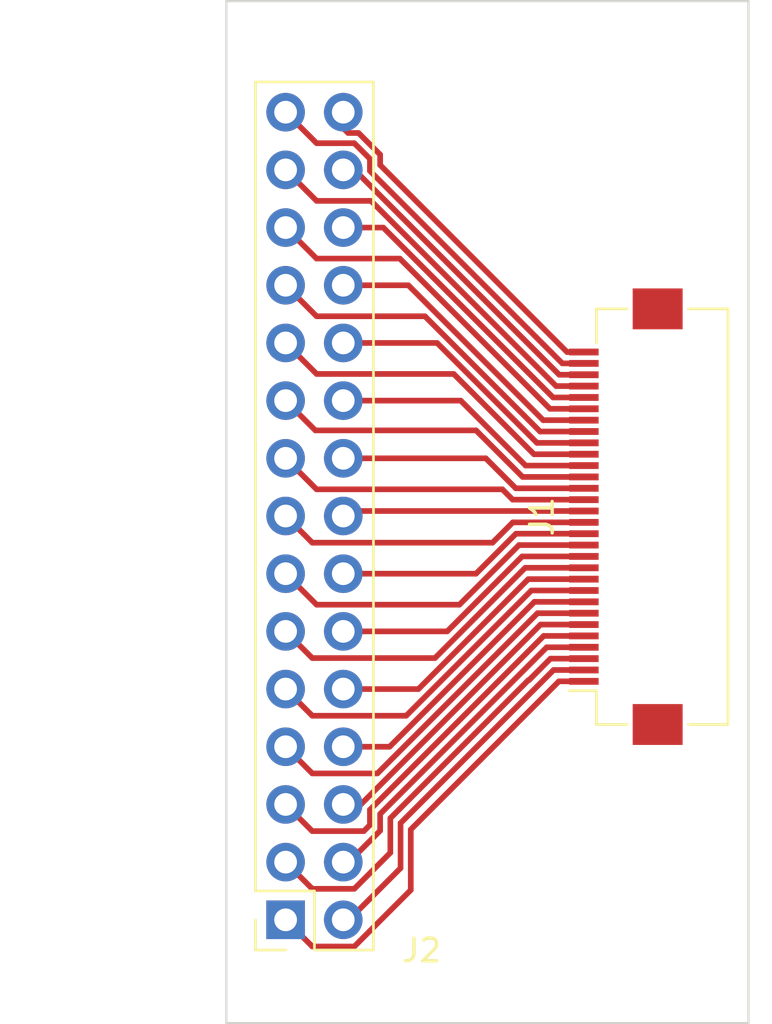
<source format=kicad_pcb>
(kicad_pcb (version 20211014) (generator pcbnew)
  (layers (0 "F.Cu" signal) (31 "B.Cu" signal) (34 "B.Paste" user) (35 "F.Paste" user) (36 "B.SilkS" user "B.Silkscreen") (37 "F.SilkS" user "F.Silkscreen") (38 "B.Mask" user) (39 "F.Mask" user) (44 "Edge.Cuts" user))
  (net 0 "")
  (net 1 "Net-(J1-Pad1)")
  (net 2 "Net-(J1-Pad2)")
  (net 3 "Net-(J1-Pad3)")
  (net 4 "Net-(J1-Pad4)")
  (net 5 "Net-(J1-Pad5)")
  (net 6 "Net-(J1-Pad6)")
  (net 7 "Net-(J1-Pad7)")
  (net 8 "Net-(J1-Pad8)")
  (net 9 "Net-(J1-Pad9)")
  (net 10 "Net-(J1-Pad10)")
  (net 11 "Net-(J1-Pad11)")
  (net 12 "Net-(J1-Pad12)")
  (net 13 "Net-(J1-Pad13)")
  (net 14 "Net-(J1-Pad14)")
  (net 15 "Net-(J1-Pad15)")
  (net 16 "Net-(J1-Pad16)")
  (net 17 "Net-(J1-Pad17)")
  (net 18 "Net-(J1-Pad18)")
  (net 19 "Net-(J1-Pad19)")
  (net 20 "Net-(J1-Pad20)")
  (net 21 "Net-(J1-Pad21)")
  (net 22 "Net-(J1-Pad22)")
  (net 23 "Net-(J1-Pad23)")
  (net 24 "Net-(J1-Pad24)")
  (net 25 "Net-(J1-Pad25)")
  (net 26 "Net-(J1-Pad26)")
  (net 27 "Net-(J1-Pad27)")
  (net 28 "Net-(J1-Pad28)")
  (net 29 "Net-(J1-Pad29)")
  (net 30 "Net-(J1-Pad30)")
  (footprint "Connector_FFC-FPC:Hirose_FH12-30S-0.5SH_1x30-1MP_P0.50mm_Horizontal" (layer "F.Cu") (at 175.3 76.2 90)
    (fp_text reference "J1" (at 0 -3.7 90) (layer "F.SilkS"))
    (fp_text value "Conn_01x30")
    (fp_line (start 9.15 4.5) (end 9.15 2.76) (layer "F.SilkS") (width 0.12))
    (fp_line (start -7.66 -1.3) (end -9.15 -1.3) (layer "F.SilkS") (width 0.12))
    (fp_line (start -9.15 4.5) (end 9.15 4.5) (layer "F.SilkS") (width 0.12))
    (fp_line (start -9.15 2.76) (end -9.15 4.5) (layer "F.SilkS") (width 0.12))
    (fp_line (start 7.66 -1.3) (end 9.15 -1.3) (layer "F.SilkS") (width 0.12))
    (fp_line (start -9.15 -1.3) (end -9.15 0.04) (layer "F.SilkS") (width 0.12))
    (fp_line (start 9.15 -1.3) (end 9.15 0.04) (layer "F.SilkS") (width 0.12))
    (fp_line (start -7.66 -1.3) (end -7.66 -2.5) (layer "F.SilkS") (width 0.12))
    (pad "1" smd rect (at -7.25 -1.85 90) (size 0.3 1.3) (layers "F.Cu" "F.Paste" "F.Mask") (net 1 "Net-(J1-Pad1)"))
    (pad "2" smd rect (at -6.75 -1.85 90) (size 0.3 1.3) (layers "F.Cu" "F.Paste" "F.Mask") (net 2 "Net-(J1-Pad2)"))
    (pad "3" smd rect (at -6.25 -1.85 90) (size 0.3 1.3) (layers "F.Cu" "F.Paste" "F.Mask") (net 3 "Net-(J1-Pad3)"))
    (pad "4" smd rect (at -5.75 -1.85 90) (size 0.3 1.3) (layers "F.Cu" "F.Paste" "F.Mask") (net 4 "Net-(J1-Pad4)"))
    (pad "5" smd rect (at -5.25 -1.85 90) (size 0.3 1.3) (layers "F.Cu" "F.Paste" "F.Mask") (net 5 "Net-(J1-Pad5)"))
    (pad "6" smd rect (at -4.75 -1.85 90) (size 0.3 1.3) (layers "F.Cu" "F.Paste" "F.Mask") (net 6 "Net-(J1-Pad6)"))
    (pad "7" smd rect (at -4.25 -1.85 90) (size 0.3 1.3) (layers "F.Cu" "F.Paste" "F.Mask") (net 7 "Net-(J1-Pad7)"))
    (pad "8" smd rect (at -3.75 -1.85 90) (size 0.3 1.3) (layers "F.Cu" "F.Paste" "F.Mask") (net 8 "Net-(J1-Pad8)"))
    (pad "9" smd rect (at -3.25 -1.85 90) (size 0.3 1.3) (layers "F.Cu" "F.Paste" "F.Mask") (net 9 "Net-(J1-Pad9)"))
    (pad "10" smd rect (at -2.75 -1.85 90) (size 0.3 1.3) (layers "F.Cu" "F.Paste" "F.Mask") (net 10 "Net-(J1-Pad10)"))
    (pad "11" smd rect (at -2.25 -1.85 90) (size 0.3 1.3) (layers "F.Cu" "F.Paste" "F.Mask") (net 11 "Net-(J1-Pad11)"))
    (pad "12" smd rect (at -1.75 -1.85 90) (size 0.3 1.3) (layers "F.Cu" "F.Paste" "F.Mask") (net 12 "Net-(J1-Pad12)"))
    (pad "13" smd rect (at -1.25 -1.85 90) (size 0.3 1.3) (layers "F.Cu" "F.Paste" "F.Mask") (net 13 "Net-(J1-Pad13)"))
    (pad "14" smd rect (at -0.75 -1.85 90) (size 0.3 1.3) (layers "F.Cu" "F.Paste" "F.Mask") (net 14 "Net-(J1-Pad14)"))
    (pad "15" smd rect (at -0.25 -1.85 90) (size 0.3 1.3) (layers "F.Cu" "F.Paste" "F.Mask") (net 15 "Net-(J1-Pad15)"))
    (pad "16" smd rect (at 0.25 -1.85 90) (size 0.3 1.3) (layers "F.Cu" "F.Paste" "F.Mask") (net 16 "Net-(J1-Pad16)"))
    (pad "17" smd rect (at 0.75 -1.85 90) (size 0.3 1.3) (layers "F.Cu" "F.Paste" "F.Mask") (net 17 "Net-(J1-Pad17)"))
    (pad "18" smd rect (at 1.25 -1.85 90) (size 0.3 1.3) (layers "F.Cu" "F.Paste" "F.Mask") (net 18 "Net-(J1-Pad18)"))
    (pad "19" smd rect (at 1.75 -1.85 90) (size 0.3 1.3) (layers "F.Cu" "F.Paste" "F.Mask") (net 19 "Net-(J1-Pad19)"))
    (pad "20" smd rect (at 2.25 -1.85 90) (size 0.3 1.3) (layers "F.Cu" "F.Paste" "F.Mask") (net 20 "Net-(J1-Pad20)"))
    (pad "21" smd rect (at 2.75 -1.85 90) (size 0.3 1.3) (layers "F.Cu" "F.Paste" "F.Mask") (net 21 "Net-(J1-Pad21)"))
    (pad "22" smd rect (at 3.25 -1.85 90) (size 0.3 1.3) (layers "F.Cu" "F.Paste" "F.Mask") (net 22 "Net-(J1-Pad22)"))
    (pad "23" smd rect (at 3.75 -1.85 90) (size 0.3 1.3) (layers "F.Cu" "F.Paste" "F.Mask") (net 23 "Net-(J1-Pad23)"))
    (pad "24" smd rect (at 4.25 -1.85 90) (size 0.3 1.3) (layers "F.Cu" "F.Paste" "F.Mask") (net 24 "Net-(J1-Pad24)"))
    (pad "25" smd rect (at 4.75 -1.85 90) (size 0.3 1.3) (layers "F.Cu" "F.Paste" "F.Mask") (net 25 "Net-(J1-Pad25)"))
    (pad "26" smd rect (at 5.25 -1.85 90) (size 0.3 1.3) (layers "F.Cu" "F.Paste" "F.Mask") (net 26 "Net-(J1-Pad26)"))
    (pad "27" smd rect (at 5.75 -1.85 90) (size 0.3 1.3) (layers "F.Cu" "F.Paste" "F.Mask") (net 27 "Net-(J1-Pad27)"))
    (pad "28" smd rect (at 6.25 -1.85 90) (size 0.3 1.3) (layers "F.Cu" "F.Paste" "F.Mask") (net 28 "Net-(J1-Pad28)"))
    (pad "29" smd rect (at 6.75 -1.85 90) (size 0.3 1.3) (layers "F.Cu" "F.Paste" "F.Mask") (net 29 "Net-(J1-Pad29)"))
    (pad "30" smd rect (at 7.25 -1.85 90) (size 0.3 1.3) (layers "F.Cu" "F.Paste" "F.Mask") (net 30 "Net-(J1-Pad30)"))
    (pad "MP" smd rect (at -9.15 1.4 90) (size 1.8 2.2) (layers "F.Cu" "F.Paste" "F.Mask"))
    (pad "MP" smd rect (at 9.15 1.4 90) (size 1.8 2.2) (layers "F.Cu" "F.Paste" "F.Mask"))
  )
  (footprint "Connector_PinSocket_2.54mm:PinSocket_2x15_P2.54mm_Vertical" (layer "F.Cu") (at 160.31 93.95 180)
    (fp_text reference "J2" (at -5.99 -1.35) (layer "F.SilkS"))
    (fp_text value "Conn_01x30")
    (fp_line (start 1.33 -1.33) (end 1.33 0) (layer "F.SilkS") (width 0.12))
    (fp_line (start -3.87 -1.33) (end -1.27 -1.33) (layer "F.SilkS") (width 0.12))
    (fp_line (start 0 -1.33) (end 1.33 -1.33) (layer "F.SilkS") (width 0.12))
    (fp_line (start -1.27 1.27) (end 1.33 1.27) (layer "F.SilkS") (width 0.12))
    (fp_line (start -1.27 -1.33) (end -1.27 1.27) (layer "F.SilkS") (width 0.12))
    (fp_line (start -3.87 36.89) (end 1.33 36.89) (layer "F.SilkS") (width 0.12))
    (fp_line (start 1.33 1.27) (end 1.33 36.89) (layer "F.SilkS") (width 0.12))
    (fp_line (start -3.87 -1.33) (end -3.87 36.89) (layer "F.SilkS") (width 0.12))
    (pad "1" thru_hole rect (at 0 0 180) (size 1.7 1.7) (drill 1) (layers *.Cu *.Mask) (net 1 "Net-(J1-Pad1)"))
    (pad "2" thru_hole oval (at -2.54 0 180) (size 1.7 1.7) (drill 1) (layers *.Cu *.Mask) (net 2 "Net-(J1-Pad2)"))
    (pad "3" thru_hole oval (at 0 2.54 180) (size 1.7 1.7) (drill 1) (layers *.Cu *.Mask) (net 3 "Net-(J1-Pad3)"))
    (pad "4" thru_hole oval (at -2.54 2.54 180) (size 1.7 1.7) (drill 1) (layers *.Cu *.Mask) (net 4 "Net-(J1-Pad4)"))
    (pad "5" thru_hole oval (at 0 5.08 180) (size 1.7 1.7) (drill 1) (layers *.Cu *.Mask) (net 5 "Net-(J1-Pad5)"))
    (pad "6" thru_hole oval (at -2.54 5.08 180) (size 1.7 1.7) (drill 1) (layers *.Cu *.Mask) (net 6 "Net-(J1-Pad6)"))
    (pad "7" thru_hole oval (at 0 7.62 180) (size 1.7 1.7) (drill 1) (layers *.Cu *.Mask) (net 7 "Net-(J1-Pad7)"))
    (pad "8" thru_hole oval (at -2.54 7.62 180) (size 1.7 1.7) (drill 1) (layers *.Cu *.Mask) (net 8 "Net-(J1-Pad8)"))
    (pad "9" thru_hole oval (at 0 10.16 180) (size 1.7 1.7) (drill 1) (layers *.Cu *.Mask) (net 9 "Net-(J1-Pad9)"))
    (pad "10" thru_hole oval (at -2.54 10.16 180) (size 1.7 1.7) (drill 1) (layers *.Cu *.Mask) (net 10 "Net-(J1-Pad10)"))
    (pad "11" thru_hole oval (at 0 12.7 180) (size 1.7 1.7) (drill 1) (layers *.Cu *.Mask) (net 11 "Net-(J1-Pad11)"))
    (pad "12" thru_hole oval (at -2.54 12.7 180) (size 1.7 1.7) (drill 1) (layers *.Cu *.Mask) (net 12 "Net-(J1-Pad12)"))
    (pad "13" thru_hole oval (at 0 15.24 180) (size 1.7 1.7) (drill 1) (layers *.Cu *.Mask) (net 13 "Net-(J1-Pad13)"))
    (pad "14" thru_hole oval (at -2.54 15.24 180) (size 1.7 1.7) (drill 1) (layers *.Cu *.Mask) (net 14 "Net-(J1-Pad14)"))
    (pad "15" thru_hole oval (at 0 17.78 180) (size 1.7 1.7) (drill 1) (layers *.Cu *.Mask) (net 15 "Net-(J1-Pad15)"))
    (pad "16" thru_hole oval (at -2.54 17.78 180) (size 1.7 1.7) (drill 1) (layers *.Cu *.Mask) (net 16 "Net-(J1-Pad16)"))
    (pad "17" thru_hole oval (at 0 20.32 180) (size 1.7 1.7) (drill 1) (layers *.Cu *.Mask) (net 17 "Net-(J1-Pad17)"))
    (pad "18" thru_hole oval (at -2.54 20.32 180) (size 1.7 1.7) (drill 1) (layers *.Cu *.Mask) (net 18 "Net-(J1-Pad18)"))
    (pad "19" thru_hole oval (at 0 22.86 180) (size 1.7 1.7) (drill 1) (layers *.Cu *.Mask) (net 19 "Net-(J1-Pad19)"))
    (pad "20" thru_hole oval (at -2.54 22.86 180) (size 1.7 1.7) (drill 1) (layers *.Cu *.Mask) (net 20 "Net-(J1-Pad20)"))
    (pad "21" thru_hole oval (at 0 25.4 180) (size 1.7 1.7) (drill 1) (layers *.Cu *.Mask) (net 21 "Net-(J1-Pad21)"))
    (pad "22" thru_hole oval (at -2.54 25.4 180) (size 1.7 1.7) (drill 1) (layers *.Cu *.Mask) (net 22 "Net-(J1-Pad22)"))
    (pad "23" thru_hole oval (at 0 27.94 180) (size 1.7 1.7) (drill 1) (layers *.Cu *.Mask) (net 23 "Net-(J1-Pad23)"))
    (pad "24" thru_hole oval (at -2.54 27.94 180) (size 1.7 1.7) (drill 1) (layers *.Cu *.Mask) (net 24 "Net-(J1-Pad24)"))
    (pad "25" thru_hole oval (at 0 30.48 180) (size 1.7 1.7) (drill 1) (layers *.Cu *.Mask) (net 25 "Net-(J1-Pad25)"))
    (pad "26" thru_hole oval (at -2.54 30.48 180) (size 1.7 1.7) (drill 1) (layers *.Cu *.Mask) (net 26 "Net-(J1-Pad26)"))
    (pad "27" thru_hole oval (at 0 33.02 180) (size 1.7 1.7) (drill 1) (layers *.Cu *.Mask) (net 27 "Net-(J1-Pad27)"))
    (pad "28" thru_hole oval (at -2.54 33.02 180) (size 1.7 1.7) (drill 1) (layers *.Cu *.Mask) (net 28 "Net-(J1-Pad28)"))
    (pad "29" thru_hole oval (at 0 35.56 180) (size 1.7 1.7) (drill 1) (layers *.Cu *.Mask) (net 29 "Net-(J1-Pad29)"))
    (pad "30" thru_hole oval (at -2.54 35.56 180) (size 1.7 1.7) (drill 1) (layers *.Cu *.Mask) (net 30 "Net-(J1-Pad30)"))
  )
  (gr_line (start 180.7 98.5) (end 180.7 53.5) (layer "Edge.Cuts") (width 0.1))
  (gr_line (start 180.7 53.5) (end 157.7 53.5) (layer "Edge.Cuts") (width 0.1))
  (gr_line (start 157.7 53.5) (end 157.7 98.5) (layer "Edge.Cuts") (width 0.1))
  (gr_line (start 157.7 98.5) (end 180.7 98.5) (layer "Edge.Cuts") (width 0.1))
  (segment (start 165.824002 89.975998) (end 172.35 83.45) (width 0.25) (layer "F.Cu") (net 1))
  (segment (start 160.31 93.95) (end 161.485 95.125) (width 0.25) (layer "F.Cu") (net 1))
  (segment (start 165.824002 92.637699) (end 165.824002 89.975998) (width 0.25) (layer "F.Cu") (net 1))
  (segment (start 163.336701 95.125) (end 165.824002 92.637699) (width 0.25) (layer "F.Cu") (net 1))
  (segment (start 172.35 83.45) (end 173.45 83.45) (width 0.25) (layer "F.Cu") (net 1))
  (segment (start 161.485 95.125) (end 163.336701 95.125) (width 0.25) (layer "F.Cu") (net 1))
  (segment (start 162.85 93.95) (end 163.098 93.95) (width 0.25) (layer "F.Cu") (net 2))
  (segment (start 172.115016 82.95) (end 173.45 82.95) (width 0.25) (layer "F.Cu") (net 2))
  (segment (start 165.374002 91.673998) (end 165.374002 89.691014) (width 0.25) (layer "F.Cu") (net 2))
  (segment (start 165.374002 89.691014) (end 172.115016 82.95) (width 0.25) (layer "F.Cu") (net 2))
  (segment (start 163.098 93.95) (end 165.374002 91.673998) (width 0.25) (layer "F.Cu") (net 2))
  (segment (start 161.485 92.585) (end 163.336701 92.585) (width 0.25) (layer "F.Cu") (net 3))
  (segment (start 171.037893 83.391433) (end 171.979326 82.45) (width 0.25) (layer "F.Cu") (net 3))
  (segment (start 160.31 91.41) (end 161.485 92.585) (width 0.25) (layer "F.Cu") (net 3))
  (segment (start 164.924002 90.997699) (end 164.924002 89.477409) (width 0.25) (layer "F.Cu") (net 3))
  (segment (start 164.924002 89.477409) (end 171.009979 83.391433) (width 0.25) (layer "F.Cu") (net 3))
  (segment (start 163.336701 92.585) (end 164.924002 90.997699) (width 0.25) (layer "F.Cu") (net 3))
  (segment (start 171.009979 83.391433) (end 171.037893 83.391433) (width 0.25) (layer "F.Cu") (net 3))
  (segment (start 171.979326 82.45) (end 173.45 82.45) (width 0.25) (layer "F.Cu") (net 3))
  (segment (start 171.815016 81.95) (end 173.45 81.95) (width 0.25) (layer "F.Cu") (net 4))
  (segment (start 164.474501 89.290515) (end 171.815016 81.95) (width 0.25) (layer "F.Cu") (net 4))
  (segment (start 164.474501 90.025499) (end 164.474501 89.290515) (width 0.25) (layer "F.Cu") (net 4))
  (segment (start 163.09 91.41) (end 164.474501 90.025499) (width 0.25) (layer "F.Cu") (net 4))
  (segment (start 162.85 91.41) (end 163.09 91.41) (width 0.25) (layer "F.Cu") (net 4))
  (segment (start 164.025 89.104326) (end 171.679326 81.45) (width 0.25) (layer "F.Cu") (net 5))
  (segment (start 171.679326 81.45) (end 173.45 81.45) (width 0.25) (layer "F.Cu") (net 5))
  (segment (start 161.485 90.045) (end 163.755 90.045) (width 0.25) (layer "F.Cu") (net 5))
  (segment (start 160.31 88.87) (end 161.485 90.045) (width 0.25) (layer "F.Cu") (net 5))
  (segment (start 164.025 89.775) (end 164.025 89.104326) (width 0.25) (layer "F.Cu") (net 5))
  (segment (start 163.755 90.045) (end 164.025 89.775) (width 0.25) (layer "F.Cu") (net 5))
  (segment (start 162.85 88.87) (end 163.62293 88.87) (width 0.25) (layer "F.Cu") (net 6))
  (segment (start 171.54293 80.95) (end 173.45 80.95) (width 0.25) (layer "F.Cu") (net 6))
  (segment (start 163.62293 88.87) (end 171.54293 80.95) (width 0.25) (layer "F.Cu") (net 6))
  (segment (start 171.40724 80.45) (end 173.45 80.45) (width 0.25) (layer "F.Cu") (net 7))
  (segment (start 161.485 87.505) (end 164.35224 87.505) (width 0.25) (layer "F.Cu") (net 7))
  (segment (start 164.35224 87.505) (end 171.40724 80.45) (width 0.25) (layer "F.Cu") (net 7))
  (segment (start 160.31 86.33) (end 161.485 87.505) (width 0.25) (layer "F.Cu") (net 7))
  (segment (start 162.85 86.33) (end 164.89155 86.33) (width 0.25) (layer "F.Cu") (net 8))
  (segment (start 171.27155 79.95) (end 173.45 79.95) (width 0.25) (layer "F.Cu") (net 8))
  (segment (start 164.89155 86.33) (end 171.27155 79.95) (width 0.25) (layer "F.Cu") (net 8))
  (segment (start 160.31 83.79) (end 161.485 84.965) (width 0.25) (layer "F.Cu") (net 9))
  (segment (start 161.485 84.965) (end 165.62086 84.965) (width 0.25) (layer "F.Cu") (net 9))
  (segment (start 171.13586 79.45) (end 173.45 79.45) (width 0.25) (layer "F.Cu") (net 9))
  (segment (start 165.62086 84.965) (end 171.13586 79.45) (width 0.25) (layer "F.Cu") (net 9))
  (segment (start 162.85 83.79) (end 166.16017 83.79) (width 0.25) (layer "F.Cu") (net 10))
  (segment (start 171.00017 78.95) (end 173.45 78.95) (width 0.25) (layer "F.Cu") (net 10))
  (segment (start 166.16017 83.79) (end 171.00017 78.95) (width 0.25) (layer "F.Cu") (net 10))
  (segment (start 161.485 82.425) (end 166.88948 82.425) (width 0.25) (layer "F.Cu") (net 11))
  (segment (start 170.86448 78.45) (end 173.45 78.45) (width 0.25) (layer "F.Cu") (net 11))
  (segment (start 166.88948 82.425) (end 170.86448 78.45) (width 0.25) (layer "F.Cu") (net 11))
  (segment (start 160.31 81.25) (end 161.485 82.425) (width 0.25) (layer "F.Cu") (net 11))
  (segment (start 162.85 81.25) (end 167.42879 81.25) (width 0.25) (layer "F.Cu") (net 12))
  (segment (start 167.42879 81.25) (end 170.72879 77.95) (width 0.25) (layer "F.Cu") (net 12))
  (segment (start 170.72879 77.95) (end 173.45 77.95) (width 0.25) (layer "F.Cu") (net 12))
  (segment (start 161.675 80.075) (end 167.9681 80.075) (width 0.25) (layer "F.Cu") (net 13))
  (segment (start 170.5931 77.45) (end 173.45 77.45) (width 0.25) (layer "F.Cu") (net 13))
  (segment (start 167.9681 80.075) (end 170.5931 77.45) (width 0.25) (layer "F.Cu") (net 13))
  (segment (start 160.31 78.71) (end 161.675 80.075) (width 0.25) (layer "F.Cu") (net 13))
  (segment (start 170.45741 76.95) (end 173.45 76.95) (width 0.25) (layer "F.Cu") (net 14))
  (segment (start 162.85 78.71) (end 168.69741 78.71) (width 0.25) (layer "F.Cu") (net 14))
  (segment (start 168.69741 78.71) (end 170.45741 76.95) (width 0.25) (layer "F.Cu") (net 14))
  (segment (start 160.31 76.17) (end 161.485 77.345) (width 0.25) (layer "F.Cu") (net 15))
  (segment (start 169.42672 77.345) (end 170.32172 76.45) (width 0.25) (layer "F.Cu") (net 15))
  (segment (start 170.32172 76.45) (end 173.45 76.45) (width 0.25) (layer "F.Cu") (net 15))
  (segment (start 161.485 77.345) (end 169.42672 77.345) (width 0.25) (layer "F.Cu") (net 15))
  (segment (start 163.07 75.95) (end 173.45 75.95) (width 0.25) (layer "F.Cu") (net 16))
  (segment (start 162.85 76.17) (end 163.07 75.95) (width 0.25) (layer "F.Cu") (net 16))
  (segment (start 160.31 73.63) (end 161.675 74.995) (width 0.25) (layer "F.Cu") (net 17))
  (segment (start 170.313604 75.45) (end 173.45 75.45) (width 0.25) (layer "F.Cu") (net 17))
  (segment (start 169.858604 74.995) (end 170.313604 75.45) (width 0.25) (layer "F.Cu") (net 17))
  (segment (start 161.675 74.995) (end 169.858604 74.995) (width 0.25) (layer "F.Cu") (net 17))
  (segment (start 169.13 73.63) (end 170.45 74.95) (width 0.25) (layer "F.Cu") (net 18))
  (segment (start 170.45 74.95) (end 173.45 74.95) (width 0.25) (layer "F.Cu") (net 18))
  (segment (start 162.85 73.63) (end 169.13 73.63) (width 0.25) (layer "F.Cu") (net 18))
  (segment (start 170.75 74.45) (end 173.45 74.45) (width 0.25) (layer "F.Cu") (net 19))
  (segment (start 168.7 72.4) (end 170.75 74.45) (width 0.25) (layer "F.Cu") (net 19))
  (segment (start 160.31 71.09) (end 161.62 72.4) (width 0.25) (layer "F.Cu") (net 19))
  (segment (start 161.62 72.4) (end 168.7 72.4) (width 0.25) (layer "F.Cu") (net 19))
  (segment (start 170.88569 73.95) (end 173.45 73.95) (width 0.25) (layer "F.Cu") (net 20))
  (segment (start 168.02569 71.09) (end 170.88569 73.95) (width 0.25) (layer "F.Cu") (net 20))
  (segment (start 162.85 71.09) (end 168.02569 71.09) (width 0.25) (layer "F.Cu") (net 20))
  (segment (start 160.31 68.55) (end 161.675 69.915) (width 0.25) (layer "F.Cu") (net 21))
  (segment (start 161.675 69.915) (end 167.715 69.915) (width 0.25) (layer "F.Cu") (net 21))
  (segment (start 171.25 73.45) (end 173.45 73.45) (width 0.25) (layer "F.Cu") (net 21))
  (segment (start 167.715 69.915) (end 171.25 73.45) (width 0.25) (layer "F.Cu") (net 21))
  (segment (start 171.38569 72.95) (end 173.45 72.95) (width 0.25) (layer "F.Cu") (net 22))
  (segment (start 166.98569 68.55) (end 171.38569 72.95) (width 0.25) (layer "F.Cu") (net 22))
  (segment (start 162.85 68.55) (end 166.98569 68.55) (width 0.25) (layer "F.Cu") (net 22))
  (segment (start 171.52138 72.45) (end 173.45 72.45) (width 0.25) (layer "F.Cu") (net 23))
  (segment (start 166.44638 67.375) (end 171.52138 72.45) (width 0.25) (layer "F.Cu") (net 23))
  (segment (start 161.675 67.375) (end 166.44638 67.375) (width 0.25) (layer "F.Cu") (net 23))
  (segment (start 160.31 66.01) (end 161.675 67.375) (width 0.25) (layer "F.Cu") (net 23))
  (segment (start 162.85 66.01) (end 165.71707 66.01) (width 0.25) (layer "F.Cu") (net 24))
  (segment (start 165.71707 66.01) (end 171.65707 71.95) (width 0.25) (layer "F.Cu") (net 24))
  (segment (start 171.65707 71.95) (end 173.45 71.95) (width 0.25) (layer "F.Cu") (net 24))
  (segment (start 165.341534 64.835) (end 171.956534 71.45) (width 0.25) (layer "F.Cu") (net 25))
  (segment (start 171.956534 71.45) (end 173.45 71.45) (width 0.25) (layer "F.Cu") (net 25))
  (segment (start 161.675 64.835) (end 165.341534 64.835) (width 0.25) (layer "F.Cu") (net 25))
  (segment (start 160.31 63.47) (end 161.675 64.835) (width 0.25) (layer "F.Cu") (net 25))
  (segment (start 164.612224 63.47) (end 172.092224 70.95) (width 0.25) (layer "F.Cu") (net 26))
  (segment (start 172.092224 70.95) (end 173.45 70.95) (width 0.25) (layer "F.Cu") (net 26))
  (segment (start 162.85 63.47) (end 164.612224 63.47) (width 0.25) (layer "F.Cu") (net 26))
  (segment (start 164.07362 62.295) (end 172.22862 70.45) (width 0.25) (layer "F.Cu") (net 27))
  (segment (start 161.675 62.295) (end 164.07362 62.295) (width 0.25) (layer "F.Cu") (net 27))
  (segment (start 160.31 60.93) (end 161.675 62.295) (width 0.25) (layer "F.Cu") (net 27))
  (segment (start 172.22862 70.45) (end 173.45 70.45) (width 0.25) (layer "F.Cu") (net 27))
  (segment (start 172.36431 69.95) (end 173.45 69.95) (width 0.25) (layer "F.Cu") (net 28))
  (segment (start 162.85 60.93) (end 163.34431 60.93) (width 0.25) (layer "F.Cu") (net 28))
  (segment (start 163.34431 60.93) (end 172.36431 69.95) (width 0.25) (layer "F.Cu") (net 28))
  (segment (start 160.31 58.39) (end 161.675 59.755) (width 0.25) (layer "F.Cu") (net 29))
  (segment (start 164.025 60.443299) (end 164.025 60.975) (width 0.25) (layer "F.Cu") (net 29))
  (segment (start 172.5 69.45) (end 173.45 69.45) (width 0.25) (layer "F.Cu") (net 29))
  (segment (start 163.336701 59.755) (end 164.025 60.443299) (width 0.25) (layer "F.Cu") (net 29))
  (segment (start 161.675 59.755) (end 163.336701 59.755) (width 0.25) (layer "F.Cu") (net 29))
  (segment (start 164.025 60.975) (end 172.5 69.45) (width 0.25) (layer "F.Cu") (net 29))
  (segment (start 172.709 68.95) (end 173.45 68.95) (width 0.25) (layer "F.Cu") (net 30))
  (segment (start 162.85 58.39) (end 162.85 59.091) (width 0.25) (layer "F.Cu") (net 30))
  (segment (start 164.474501 60.25711) (end 164.474501 60.715501) (width 0.25) (layer "F.Cu") (net 30))
  (segment (start 163.064499 59.305499) (end 163.52289 59.305499) (width 0.25) (layer "F.Cu") (net 30))
  (segment (start 163.52289 59.305499) (end 164.474501 60.25711) (width 0.25) (layer "F.Cu") (net 30))
  (segment (start 164.474501 60.715501) (end 172.709 68.95) (width 0.25) (layer "F.Cu") (net 30))
  (segment (start 162.85 59.091) (end 163.064499 59.305499) (width 0.25) (layer "F.Cu") (net 30))
)
</source>
